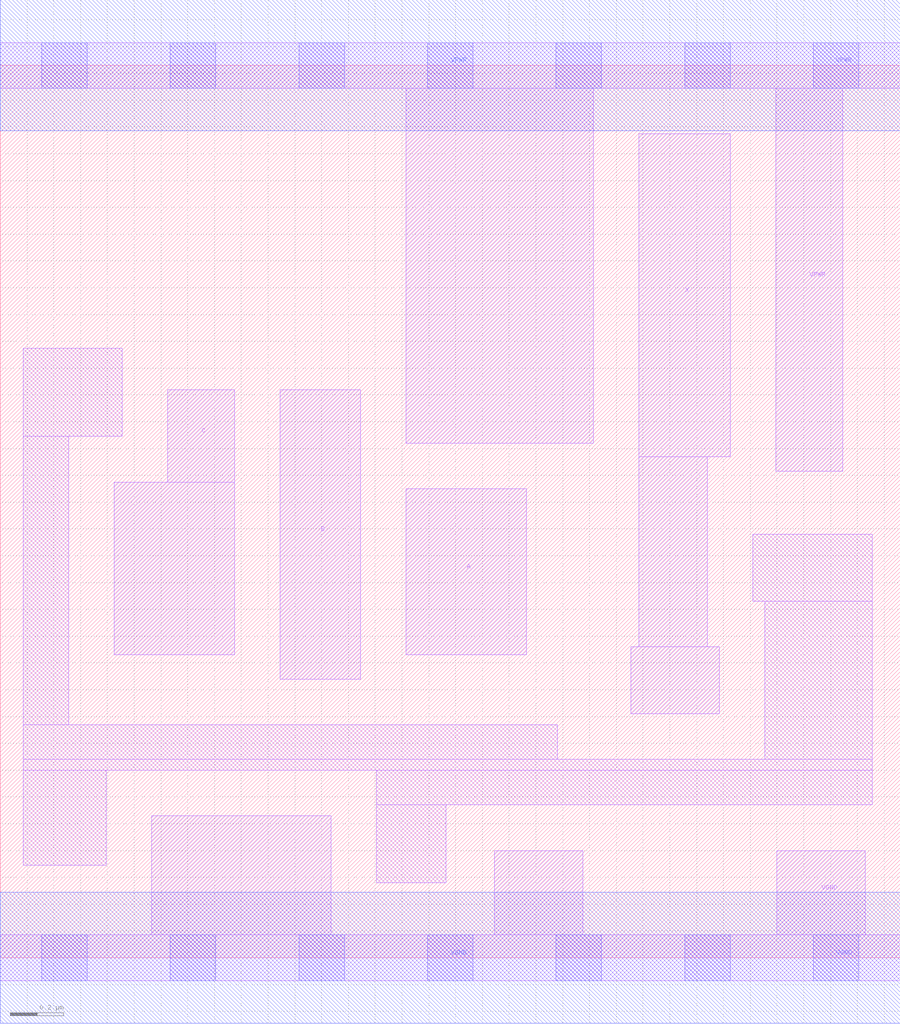
<source format=lef>
# Copyright 2020 The SkyWater PDK Authors
#
# Licensed under the Apache License, Version 2.0 (the "License");
# you may not use this file except in compliance with the License.
# You may obtain a copy of the License at
#
#     https://www.apache.org/licenses/LICENSE-2.0
#
# Unless required by applicable law or agreed to in writing, software
# distributed under the License is distributed on an "AS IS" BASIS,
# WITHOUT WARRANTIES OR CONDITIONS OF ANY KIND, either express or implied.
# See the License for the specific language governing permissions and
# limitations under the License.
#
# SPDX-License-Identifier: Apache-2.0

VERSION 5.7 ;
  NAMESCASESENSITIVE ON ;
  NOWIREEXTENSIONATPIN ON ;
  DIVIDERCHAR "/" ;
  BUSBITCHARS "[]" ;
UNITS
  DATABASE MICRONS 200 ;
END UNITS
MACRO sky130_fd_sc_lp__or3_2
  CLASS CORE ;
  SOURCE USER ;
  FOREIGN sky130_fd_sc_lp__or3_2 ;
  ORIGIN  0.000000  0.000000 ;
  SIZE  3.360000 BY  3.330000 ;
  SYMMETRY X Y R90 ;
  SITE unit ;
  PIN A
    ANTENNAGATEAREA  0.126000 ;
    DIRECTION INPUT ;
    USE SIGNAL ;
    PORT
      LAYER li1 ;
        RECT 1.515000 1.130000 1.965000 1.750000 ;
    END
  END A
  PIN B
    ANTENNAGATEAREA  0.126000 ;
    DIRECTION INPUT ;
    USE SIGNAL ;
    PORT
      LAYER li1 ;
        RECT 1.045000 1.040000 1.345000 2.120000 ;
    END
  END B
  PIN C
    ANTENNAGATEAREA  0.126000 ;
    DIRECTION INPUT ;
    USE SIGNAL ;
    PORT
      LAYER li1 ;
        RECT 0.425000 1.130000 0.875000 1.775000 ;
        RECT 0.625000 1.775000 0.875000 2.120000 ;
    END
  END C
  PIN X
    ANTENNADIFFAREA  0.588000 ;
    DIRECTION OUTPUT ;
    USE SIGNAL ;
    PORT
      LAYER li1 ;
        RECT 2.355000 0.910000 2.685000 1.160000 ;
        RECT 2.385000 1.160000 2.640000 1.870000 ;
        RECT 2.385000 1.870000 2.725000 3.075000 ;
    END
  END X
  PIN VGND
    DIRECTION INOUT ;
    USE GROUND ;
    PORT
      LAYER li1 ;
        RECT 0.000000 -0.085000 3.360000 0.085000 ;
        RECT 0.565000  0.085000 1.235000 0.530000 ;
        RECT 1.845000  0.085000 2.175000 0.400000 ;
        RECT 2.900000  0.085000 3.230000 0.400000 ;
      LAYER mcon ;
        RECT 0.155000 -0.085000 0.325000 0.085000 ;
        RECT 0.635000 -0.085000 0.805000 0.085000 ;
        RECT 1.115000 -0.085000 1.285000 0.085000 ;
        RECT 1.595000 -0.085000 1.765000 0.085000 ;
        RECT 2.075000 -0.085000 2.245000 0.085000 ;
        RECT 2.555000 -0.085000 2.725000 0.085000 ;
        RECT 3.035000 -0.085000 3.205000 0.085000 ;
      LAYER met1 ;
        RECT 0.000000 -0.245000 3.360000 0.245000 ;
    END
  END VGND
  PIN VPWR
    DIRECTION INOUT ;
    USE POWER ;
    PORT
      LAYER li1 ;
        RECT 0.000000 3.245000 3.360000 3.415000 ;
        RECT 1.515000 1.920000 2.215000 3.245000 ;
        RECT 2.895000 1.815000 3.145000 3.245000 ;
      LAYER mcon ;
        RECT 0.155000 3.245000 0.325000 3.415000 ;
        RECT 0.635000 3.245000 0.805000 3.415000 ;
        RECT 1.115000 3.245000 1.285000 3.415000 ;
        RECT 1.595000 3.245000 1.765000 3.415000 ;
        RECT 2.075000 3.245000 2.245000 3.415000 ;
        RECT 2.555000 3.245000 2.725000 3.415000 ;
        RECT 3.035000 3.245000 3.205000 3.415000 ;
      LAYER met1 ;
        RECT 0.000000 3.085000 3.360000 3.575000 ;
    END
  END VPWR
  OBS
    LAYER li1 ;
      RECT 0.085000 0.345000 0.395000 0.700000 ;
      RECT 0.085000 0.700000 3.255000 0.740000 ;
      RECT 0.085000 0.740000 2.080000 0.870000 ;
      RECT 0.085000 0.870000 0.255000 1.945000 ;
      RECT 0.085000 1.945000 0.455000 2.275000 ;
      RECT 1.405000 0.280000 1.665000 0.570000 ;
      RECT 1.405000 0.570000 3.255000 0.700000 ;
      RECT 2.810000 1.330000 3.255000 1.580000 ;
      RECT 2.855000 0.740000 3.255000 1.330000 ;
  END
END sky130_fd_sc_lp__or3_2

</source>
